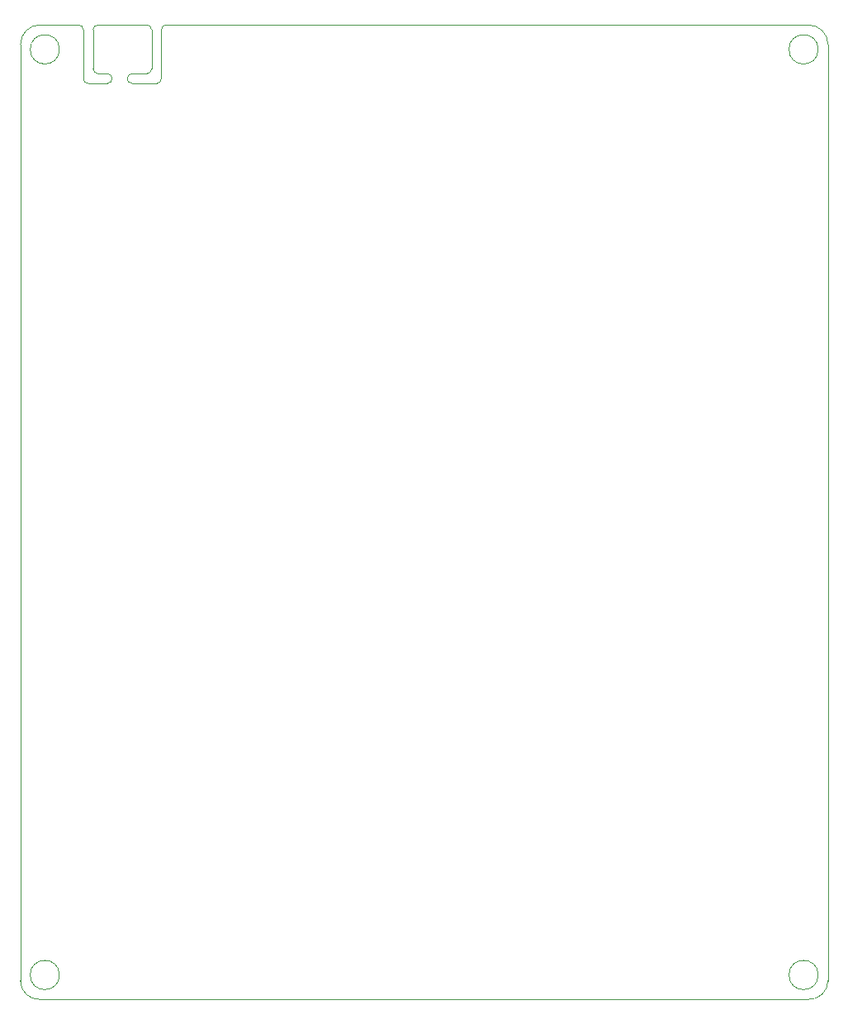
<source format=gm1>
G04 #@! TF.GenerationSoftware,KiCad,Pcbnew,(6.0.5)*
G04 #@! TF.CreationDate,2022-12-05T11:42:03+01:00*
G04 #@! TF.ProjectId,ruche,72756368-652e-46b6-9963-61645f706362,rev?*
G04 #@! TF.SameCoordinates,Original*
G04 #@! TF.FileFunction,Profile,NP*
%FSLAX46Y46*%
G04 Gerber Fmt 4.6, Leading zero omitted, Abs format (unit mm)*
G04 Created by KiCad (PCBNEW (6.0.5)) date 2022-12-05 11:42:03*
%MOMM*%
%LPD*%
G01*
G04 APERTURE LIST*
G04 #@! TA.AperFunction,Profile*
%ADD10C,0.050000*%
G04 #@! TD*
G04 APERTURE END LIST*
D10*
X88500000Y-169010000D02*
X167300000Y-169010000D01*
X93950000Y-73600000D02*
G75*
G03*
X94450000Y-74100000I500000J0D01*
G01*
X169299975Y-71110000D02*
G75*
G03*
X167300000Y-69100000I-1999975J10000D01*
G01*
X100450000Y-75100000D02*
X97950000Y-75100000D01*
X86500000Y-80390000D02*
X86500000Y-167110000D01*
X97950000Y-74100000D02*
X99450000Y-74100000D01*
X168300000Y-71610000D02*
G75*
G03*
X168300000Y-71610000I-1500000J0D01*
G01*
X99450000Y-74100000D02*
G75*
G03*
X99950000Y-73600000I0J500000D01*
G01*
X99950000Y-73600000D02*
X99950000Y-69600000D01*
X99950000Y-69600000D02*
G75*
G03*
X99450000Y-69100000I-500000J0D01*
G01*
X93950000Y-73600000D02*
X93950000Y-69600000D01*
X92950000Y-74600000D02*
G75*
G03*
X93450000Y-75100000I500000J0D01*
G01*
X90500000Y-166510000D02*
G75*
G03*
X90500000Y-166510000I-1500000J0D01*
G01*
X93450000Y-75100000D02*
X95400000Y-75100000D01*
X101450000Y-69100000D02*
G75*
G03*
X100950000Y-69600000I0J-500000D01*
G01*
X167300000Y-69100000D02*
X125900000Y-69100000D01*
X99450000Y-69100000D02*
X94450000Y-69100000D01*
X100950000Y-69600000D02*
X100950000Y-74600000D01*
X88500000Y-69100000D02*
X92450000Y-69100000D01*
X169300000Y-82610000D02*
X169300000Y-73610000D01*
X88500000Y-69100025D02*
G75*
G03*
X86500000Y-71110000I10000J-2009975D01*
G01*
X167300000Y-169010000D02*
G75*
G03*
X169300000Y-167110000I97500J1900000D01*
G01*
X86500000Y-167110000D02*
G75*
G03*
X88500000Y-169010000I1902500J0D01*
G01*
X95400000Y-75100000D02*
G75*
G03*
X95400000Y-74100000I0J500000D01*
G01*
X168300000Y-166510000D02*
G75*
G03*
X168300000Y-166510000I-1500000J0D01*
G01*
X97950000Y-74100000D02*
G75*
G03*
X97950000Y-75100000I0J-500000D01*
G01*
X100450000Y-75100000D02*
G75*
G03*
X100950000Y-74600000I0J500000D01*
G01*
X169300000Y-73610000D02*
X169300000Y-71110000D01*
X94450000Y-69100000D02*
G75*
G03*
X93950000Y-69600000I0J-500000D01*
G01*
X86500000Y-80390000D02*
X86500000Y-71110000D01*
X92950000Y-69600000D02*
G75*
G03*
X92450000Y-69100000I-505000J-5000D01*
G01*
X169300000Y-167110000D02*
X169300000Y-82610000D01*
X90500000Y-71610000D02*
G75*
G03*
X90500000Y-71610000I-1500000J0D01*
G01*
X101450000Y-69100000D02*
X125900000Y-69100000D01*
X92950000Y-69600000D02*
X92950000Y-74600000D01*
X95400000Y-74100000D02*
X94450000Y-74100000D01*
M02*

</source>
